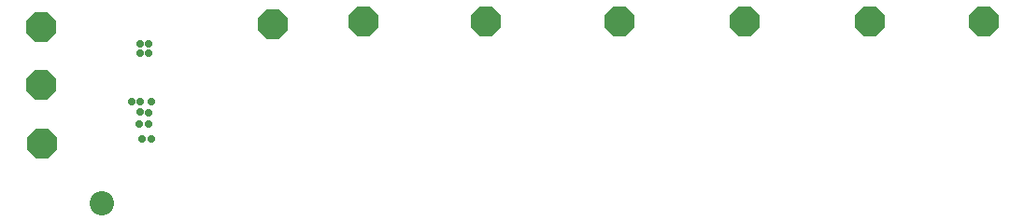
<source format=gbr>
G04 EAGLE Gerber RS-274X export*
G75*
%MOMM*%
%FSLAX34Y34*%
%LPD*%
%INSoldermask Bottom*%
%IPPOS*%
%AMOC8*
5,1,8,0,0,1.08239X$1,22.5*%
G01*
%ADD10P,2.969212X8X22.500000*%
%ADD11C,2.203200*%
%ADD12C,0.705600*%


D10*
X313200Y203200D03*
X424000Y203200D03*
X20800Y197980D03*
X21120Y145130D03*
X544800Y203200D03*
X658300Y203200D03*
X771800Y203200D03*
X875300Y203200D03*
D11*
X75790Y37540D03*
D10*
X21590Y92400D03*
X230980Y200210D03*
D12*
X110490Y120650D03*
X103360Y130190D03*
X110980Y130190D03*
X121140Y130190D03*
X112250Y95900D03*
X121140Y95900D03*
X118600Y109870D03*
X109710Y109870D03*
X118600Y120030D03*
X110490Y182880D03*
X118110Y182880D03*
X110490Y173990D03*
X118110Y173990D03*
M02*

</source>
